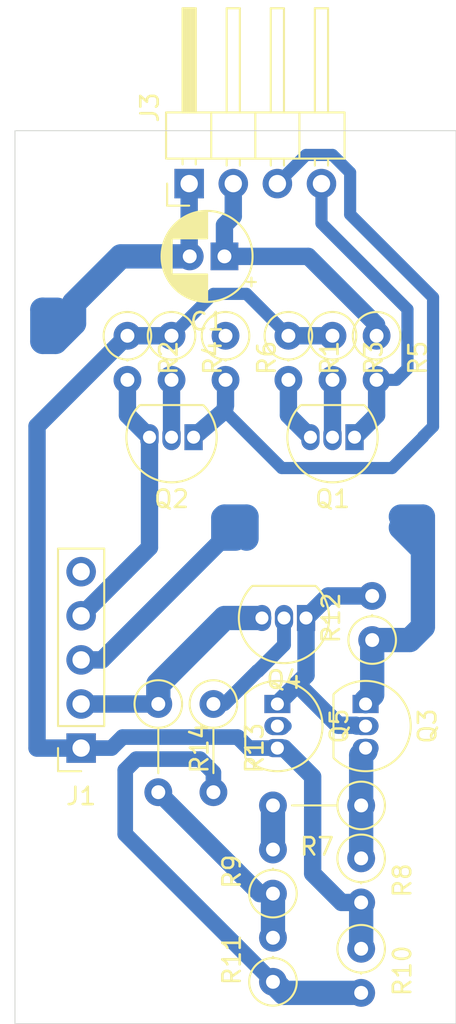
<source format=kicad_pcb>
(kicad_pcb (version 20171130) (host pcbnew "(5.1.5)-3")

  (general
    (thickness 1.6)
    (drawings 5)
    (tracks 118)
    (zones 0)
    (modules 22)
    (nets 17)
  )

  (page A4)
  (layers
    (0 F.Cu signal)
    (31 B.Cu signal)
    (32 B.Adhes user)
    (33 F.Adhes user)
    (34 B.Paste user)
    (35 F.Paste user)
    (36 B.SilkS user)
    (37 F.SilkS user)
    (38 B.Mask user)
    (39 F.Mask user)
    (40 Dwgs.User user)
    (41 Cmts.User user)
    (42 Eco1.User user)
    (43 Eco2.User user)
    (44 Edge.Cuts user)
    (45 Margin user)
    (46 B.CrtYd user)
    (47 F.CrtYd user)
    (48 B.Fab user)
    (49 F.Fab user)
  )

  (setup
    (last_trace_width 1.4)
    (user_trace_width 0.7)
    (user_trace_width 0.8)
    (user_trace_width 0.9)
    (user_trace_width 1)
    (user_trace_width 1.2)
    (user_trace_width 1.4)
    (trace_clearance 0.2)
    (zone_clearance 0.508)
    (zone_45_only no)
    (trace_min 0.2)
    (via_size 0.8)
    (via_drill 0.4)
    (via_min_size 0.4)
    (via_min_drill 0.3)
    (uvia_size 0.3)
    (uvia_drill 0.1)
    (uvias_allowed no)
    (uvia_min_size 0.2)
    (uvia_min_drill 0.1)
    (edge_width 0.05)
    (segment_width 0.2)
    (pcb_text_width 0.3)
    (pcb_text_size 1.5 1.5)
    (mod_edge_width 0.12)
    (mod_text_size 1 1)
    (mod_text_width 0.15)
    (pad_size 1.524 1.524)
    (pad_drill 0.762)
    (pad_to_mask_clearance 0.051)
    (solder_mask_min_width 0.25)
    (aux_axis_origin 0 0)
    (visible_elements 7FFFFFFF)
    (pcbplotparams
      (layerselection 0x01000_fffffffe)
      (usegerberextensions false)
      (usegerberattributes false)
      (usegerberadvancedattributes false)
      (creategerberjobfile false)
      (excludeedgelayer true)
      (linewidth 0.100000)
      (plotframeref false)
      (viasonmask false)
      (mode 1)
      (useauxorigin false)
      (hpglpennumber 1)
      (hpglpenspeed 20)
      (hpglpendiameter 15.000000)
      (psnegative false)
      (psa4output false)
      (plotreference true)
      (plotvalue true)
      (plotinvisibletext false)
      (padsonsilk false)
      (subtractmaskfromsilk false)
      (outputformat 1)
      (mirror false)
      (drillshape 0)
      (scaleselection 1)
      (outputdirectory "../Gerber/TSL2561/"))
  )

  (net 0 "")
  (net 1 Earth)
  (net 2 +5V)
  (net 3 "Net-(J1-Pad5)")
  (net 4 /SCL)
  (net 5 /SDA)
  (net 6 /SCL_out)
  (net 7 /SDA_out)
  (net 8 "Net-(Q1-Pad2)")
  (net 9 "Net-(Q2-Pad2)")
  (net 10 "Net-(Q3-Pad2)")
  (net 11 "Net-(Q4-Pad2)")
  (net 12 "Net-(Q5-Pad2)")
  (net 13 "Net-(Q3-Pad1)")
  (net 14 /3.3V)
  (net 15 "Net-(R10-Pad2)")
  (net 16 "Net-(R11-Pad2)")

  (net_class Default "This is the default net class."
    (clearance 0.2)
    (trace_width 0.25)
    (via_dia 0.8)
    (via_drill 0.4)
    (uvia_dia 0.3)
    (uvia_drill 0.1)
    (add_net +5V)
    (add_net /3.3V)
    (add_net /SCL)
    (add_net /SCL_out)
    (add_net /SDA)
    (add_net /SDA_out)
    (add_net Earth)
    (add_net "Net-(J1-Pad5)")
    (add_net "Net-(Q1-Pad2)")
    (add_net "Net-(Q2-Pad2)")
    (add_net "Net-(Q3-Pad1)")
    (add_net "Net-(Q3-Pad2)")
    (add_net "Net-(Q4-Pad2)")
    (add_net "Net-(Q5-Pad2)")
    (add_net "Net-(R10-Pad2)")
    (add_net "Net-(R11-Pad2)")
  )

  (module Resistor_THT:R_Axial_DIN0207_L6.3mm_D2.5mm_P5.08mm_Vertical (layer F.Cu) (tedit 5AE5139B) (tstamp 5EC52EFF)
    (at 142.875 106.68 270)
    (descr "Resistor, Axial_DIN0207 series, Axial, Vertical, pin pitch=5.08mm, 0.25W = 1/4W, length*diameter=6.3*2.5mm^2, http://cdn-reichelt.de/documents/datenblatt/B400/1_4W%23YAG.pdf")
    (tags "Resistor Axial_DIN0207 series Axial Vertical pin pitch 5.08mm 0.25W = 1/4W length 6.3mm diameter 2.5mm")
    (path /5ECA9D94)
    (fp_text reference R14 (at 2.54 -2.37 90) (layer F.SilkS)
      (effects (font (size 1 1) (thickness 0.15)))
    )
    (fp_text value 0 (at 2.54 2.37 90) (layer F.Fab)
      (effects (font (size 1 1) (thickness 0.15)))
    )
    (fp_text user %R (at 2.54 -2.37 90) (layer F.Fab)
      (effects (font (size 1 1) (thickness 0.15)))
    )
    (fp_line (start 6.13 -1.5) (end -1.5 -1.5) (layer F.CrtYd) (width 0.05))
    (fp_line (start 6.13 1.5) (end 6.13 -1.5) (layer F.CrtYd) (width 0.05))
    (fp_line (start -1.5 1.5) (end 6.13 1.5) (layer F.CrtYd) (width 0.05))
    (fp_line (start -1.5 -1.5) (end -1.5 1.5) (layer F.CrtYd) (width 0.05))
    (fp_line (start 1.37 0) (end 3.98 0) (layer F.SilkS) (width 0.12))
    (fp_line (start 0 0) (end 5.08 0) (layer F.Fab) (width 0.1))
    (fp_circle (center 0 0) (end 1.37 0) (layer F.SilkS) (width 0.12))
    (fp_circle (center 0 0) (end 1.25 0) (layer F.Fab) (width 0.1))
    (pad 2 thru_hole oval (at 5.08 0 270) (size 1.6 1.6) (drill 0.8) (layers *.Cu *.Mask)
      (net 16 "Net-(R11-Pad2)"))
    (pad 1 thru_hole circle (at 0 0 270) (size 1.6 1.6) (drill 0.8) (layers *.Cu *.Mask)
      (net 1 Earth))
    (model ${KISYS3DMOD}/Resistor_THT.3dshapes/R_Axial_DIN0207_L6.3mm_D2.5mm_P5.08mm_Vertical.wrl
      (at (xyz 0 0 0))
      (scale (xyz 1 1 1))
      (rotate (xyz 0 0 0))
    )
  )

  (module Resistor_THT:R_Axial_DIN0207_L6.3mm_D2.5mm_P5.08mm_Vertical (layer F.Cu) (tedit 5AE5139B) (tstamp 5EC52EF0)
    (at 146.05 106.68 270)
    (descr "Resistor, Axial_DIN0207 series, Axial, Vertical, pin pitch=5.08mm, 0.25W = 1/4W, length*diameter=6.3*2.5mm^2, http://cdn-reichelt.de/documents/datenblatt/B400/1_4W%23YAG.pdf")
    (tags "Resistor Axial_DIN0207 series Axial Vertical pin pitch 5.08mm 0.25W = 1/4W length 6.3mm diameter 2.5mm")
    (path /5ECA918F)
    (fp_text reference R13 (at 2.54 -2.37 90) (layer F.SilkS)
      (effects (font (size 1 1) (thickness 0.15)))
    )
    (fp_text value 0 (at 2.54 2.37 90) (layer F.Fab)
      (effects (font (size 1 1) (thickness 0.15)))
    )
    (fp_text user %R (at 2.54 -2.37 90) (layer F.Fab)
      (effects (font (size 1 1) (thickness 0.15)))
    )
    (fp_line (start 6.13 -1.5) (end -1.5 -1.5) (layer F.CrtYd) (width 0.05))
    (fp_line (start 6.13 1.5) (end 6.13 -1.5) (layer F.CrtYd) (width 0.05))
    (fp_line (start -1.5 1.5) (end 6.13 1.5) (layer F.CrtYd) (width 0.05))
    (fp_line (start -1.5 -1.5) (end -1.5 1.5) (layer F.CrtYd) (width 0.05))
    (fp_line (start 1.37 0) (end 3.98 0) (layer F.SilkS) (width 0.12))
    (fp_line (start 0 0) (end 5.08 0) (layer F.Fab) (width 0.1))
    (fp_circle (center 0 0) (end 1.37 0) (layer F.SilkS) (width 0.12))
    (fp_circle (center 0 0) (end 1.25 0) (layer F.Fab) (width 0.1))
    (pad 2 thru_hole oval (at 5.08 0 270) (size 1.6 1.6) (drill 0.8) (layers *.Cu *.Mask)
      (net 15 "Net-(R10-Pad2)"))
    (pad 1 thru_hole circle (at 0 0 270) (size 1.6 1.6) (drill 0.8) (layers *.Cu *.Mask)
      (net 11 "Net-(Q4-Pad2)"))
    (model ${KISYS3DMOD}/Resistor_THT.3dshapes/R_Axial_DIN0207_L6.3mm_D2.5mm_P5.08mm_Vertical.wrl
      (at (xyz 0 0 0))
      (scale (xyz 1 1 1))
      (rotate (xyz 0 0 0))
    )
  )

  (module Resistor_THT:R_Axial_DIN0207_L6.3mm_D2.5mm_P2.54mm_Vertical (layer F.Cu) (tedit 5AE5139B) (tstamp 5E9ADC77)
    (at 154.559 120.777 270)
    (descr "Resistor, Axial_DIN0207 series, Axial, Vertical, pin pitch=2.54mm, 0.25W = 1/4W, length*diameter=6.3*2.5mm^2, http://cdn-reichelt.de/documents/datenblatt/B400/1_4W%23YAG.pdf")
    (tags "Resistor Axial_DIN0207 series Axial Vertical pin pitch 2.54mm 0.25W = 1/4W length 6.3mm diameter 2.5mm")
    (path /5E992D8D)
    (fp_text reference R10 (at 1.27 -2.37 90) (layer F.SilkS)
      (effects (font (size 1 1) (thickness 0.15)))
    )
    (fp_text value 47k (at 1.27 2.37 90) (layer F.Fab)
      (effects (font (size 1 1) (thickness 0.15)))
    )
    (fp_text user %R (at 1.27 -2.37 90) (layer F.Fab)
      (effects (font (size 1 1) (thickness 0.15)))
    )
    (fp_line (start 3.59 -1.5) (end -1.5 -1.5) (layer F.CrtYd) (width 0.05))
    (fp_line (start 3.59 1.5) (end 3.59 -1.5) (layer F.CrtYd) (width 0.05))
    (fp_line (start -1.5 1.5) (end 3.59 1.5) (layer F.CrtYd) (width 0.05))
    (fp_line (start -1.5 -1.5) (end -1.5 1.5) (layer F.CrtYd) (width 0.05))
    (fp_line (start 1.37 0) (end 1.44 0) (layer F.SilkS) (width 0.12))
    (fp_line (start 0 0) (end 2.54 0) (layer F.Fab) (width 0.1))
    (fp_circle (center 0 0) (end 1.37 0) (layer F.SilkS) (width 0.12))
    (fp_circle (center 0 0) (end 1.25 0) (layer F.Fab) (width 0.1))
    (pad 2 thru_hole oval (at 2.54 0 270) (size 1.6 1.6) (drill 0.8) (layers *.Cu *.Mask)
      (net 15 "Net-(R10-Pad2)"))
    (pad 1 thru_hole circle (at 0 0 270) (size 1.6 1.6) (drill 0.8) (layers *.Cu *.Mask)
      (net 14 /3.3V))
    (model ${KISYS3DMOD}/Resistor_THT.3dshapes/R_Axial_DIN0207_L6.3mm_D2.5mm_P2.54mm_Vertical.wrl
      (at (xyz 0 0 0))
      (scale (xyz 1 1 1))
      (rotate (xyz 0 0 0))
    )
  )

  (module Resistor_THT:R_Axial_DIN0207_L6.3mm_D2.5mm_P2.54mm_Vertical (layer F.Cu) (tedit 5AE5139B) (tstamp 5E9A90D8)
    (at 155.194 102.997 90)
    (descr "Resistor, Axial_DIN0207 series, Axial, Vertical, pin pitch=2.54mm, 0.25W = 1/4W, length*diameter=6.3*2.5mm^2, http://cdn-reichelt.de/documents/datenblatt/B400/1_4W%23YAG.pdf")
    (tags "Resistor Axial_DIN0207 series Axial Vertical pin pitch 2.54mm 0.25W = 1/4W length 6.3mm diameter 2.5mm")
    (path /5E9D66E0)
    (fp_text reference R12 (at 1.27 -2.37 90) (layer F.SilkS)
      (effects (font (size 1 1) (thickness 0.15)))
    )
    (fp_text value 4k7 (at 1.27 2.37 90) (layer F.Fab)
      (effects (font (size 1 1) (thickness 0.15)))
    )
    (fp_text user %R (at 1.27 -2.37 90) (layer F.Fab)
      (effects (font (size 1 1) (thickness 0.15)))
    )
    (fp_line (start 3.59 -1.5) (end -1.5 -1.5) (layer F.CrtYd) (width 0.05))
    (fp_line (start 3.59 1.5) (end 3.59 -1.5) (layer F.CrtYd) (width 0.05))
    (fp_line (start -1.5 1.5) (end 3.59 1.5) (layer F.CrtYd) (width 0.05))
    (fp_line (start -1.5 -1.5) (end -1.5 1.5) (layer F.CrtYd) (width 0.05))
    (fp_line (start 1.37 0) (end 1.44 0) (layer F.SilkS) (width 0.12))
    (fp_line (start 0 0) (end 2.54 0) (layer F.Fab) (width 0.1))
    (fp_circle (center 0 0) (end 1.37 0) (layer F.SilkS) (width 0.12))
    (fp_circle (center 0 0) (end 1.25 0) (layer F.Fab) (width 0.1))
    (pad 2 thru_hole oval (at 2.54 0 90) (size 1.6 1.6) (drill 0.8) (layers *.Cu *.Mask)
      (net 10 "Net-(Q3-Pad2)"))
    (pad 1 thru_hole circle (at 0 0 90) (size 1.6 1.6) (drill 0.8) (layers *.Cu *.Mask)
      (net 2 +5V))
    (model ${KISYS3DMOD}/Resistor_THT.3dshapes/R_Axial_DIN0207_L6.3mm_D2.5mm_P2.54mm_Vertical.wrl
      (at (xyz 0 0 0))
      (scale (xyz 1 1 1))
      (rotate (xyz 0 0 0))
    )
  )

  (module Resistor_THT:R_Axial_DIN0207_L6.3mm_D2.5mm_P2.54mm_Vertical (layer F.Cu) (tedit 5AE5139B) (tstamp 5EA6FADA)
    (at 149.479 122.682 90)
    (descr "Resistor, Axial_DIN0207 series, Axial, Vertical, pin pitch=2.54mm, 0.25W = 1/4W, length*diameter=6.3*2.5mm^2, http://cdn-reichelt.de/documents/datenblatt/B400/1_4W%23YAG.pdf")
    (tags "Resistor Axial_DIN0207 series Axial Vertical pin pitch 2.54mm 0.25W = 1/4W length 6.3mm diameter 2.5mm")
    (path /5E993FF6)
    (fp_text reference R11 (at 1.27 -2.37 90) (layer F.SilkS)
      (effects (font (size 1 1) (thickness 0.15)))
    )
    (fp_text value 12k (at 1.27 2.37 90) (layer F.Fab)
      (effects (font (size 1 1) (thickness 0.15)))
    )
    (fp_text user %R (at 1.27 -2.37 90) (layer F.Fab)
      (effects (font (size 1 1) (thickness 0.15)))
    )
    (fp_line (start 3.59 -1.5) (end -1.5 -1.5) (layer F.CrtYd) (width 0.05))
    (fp_line (start 3.59 1.5) (end 3.59 -1.5) (layer F.CrtYd) (width 0.05))
    (fp_line (start -1.5 1.5) (end 3.59 1.5) (layer F.CrtYd) (width 0.05))
    (fp_line (start -1.5 -1.5) (end -1.5 1.5) (layer F.CrtYd) (width 0.05))
    (fp_line (start 1.37 0) (end 1.44 0) (layer F.SilkS) (width 0.12))
    (fp_line (start 0 0) (end 2.54 0) (layer F.Fab) (width 0.1))
    (fp_circle (center 0 0) (end 1.37 0) (layer F.SilkS) (width 0.12))
    (fp_circle (center 0 0) (end 1.25 0) (layer F.Fab) (width 0.1))
    (pad 2 thru_hole oval (at 2.54 0 90) (size 1.6 1.6) (drill 0.8) (layers *.Cu *.Mask)
      (net 16 "Net-(R11-Pad2)"))
    (pad 1 thru_hole circle (at 0 0 90) (size 1.6 1.6) (drill 0.8) (layers *.Cu *.Mask)
      (net 15 "Net-(R10-Pad2)"))
    (model ${KISYS3DMOD}/Resistor_THT.3dshapes/R_Axial_DIN0207_L6.3mm_D2.5mm_P2.54mm_Vertical.wrl
      (at (xyz 0 0 0))
      (scale (xyz 1 1 1))
      (rotate (xyz 0 0 0))
    )
  )

  (module Resistor_THT:R_Axial_DIN0207_L6.3mm_D2.5mm_P2.54mm_Vertical (layer F.Cu) (tedit 5AE5139B) (tstamp 5EA6F87E)
    (at 149.479 117.602 90)
    (descr "Resistor, Axial_DIN0207 series, Axial, Vertical, pin pitch=2.54mm, 0.25W = 1/4W, length*diameter=6.3*2.5mm^2, http://cdn-reichelt.de/documents/datenblatt/B400/1_4W%23YAG.pdf")
    (tags "Resistor Axial_DIN0207 series Axial Vertical pin pitch 2.54mm 0.25W = 1/4W length 6.3mm diameter 2.5mm")
    (path /5E995578)
    (fp_text reference R9 (at 1.27 -2.37 90) (layer F.SilkS)
      (effects (font (size 1 1) (thickness 0.15)))
    )
    (fp_text value 47k (at 1.27 2.37 90) (layer F.Fab)
      (effects (font (size 1 1) (thickness 0.15)))
    )
    (fp_text user %R (at 1.27 -2.37 90) (layer F.Fab)
      (effects (font (size 1 1) (thickness 0.15)))
    )
    (fp_line (start 3.59 -1.5) (end -1.5 -1.5) (layer F.CrtYd) (width 0.05))
    (fp_line (start 3.59 1.5) (end 3.59 -1.5) (layer F.CrtYd) (width 0.05))
    (fp_line (start -1.5 1.5) (end 3.59 1.5) (layer F.CrtYd) (width 0.05))
    (fp_line (start -1.5 -1.5) (end -1.5 1.5) (layer F.CrtYd) (width 0.05))
    (fp_line (start 1.37 0) (end 1.44 0) (layer F.SilkS) (width 0.12))
    (fp_line (start 0 0) (end 2.54 0) (layer F.Fab) (width 0.1))
    (fp_circle (center 0 0) (end 1.37 0) (layer F.SilkS) (width 0.12))
    (fp_circle (center 0 0) (end 1.25 0) (layer F.Fab) (width 0.1))
    (pad 2 thru_hole oval (at 2.54 0 90) (size 1.6 1.6) (drill 0.8) (layers *.Cu *.Mask)
      (net 12 "Net-(Q5-Pad2)"))
    (pad 1 thru_hole circle (at 0 0 90) (size 1.6 1.6) (drill 0.8) (layers *.Cu *.Mask)
      (net 16 "Net-(R11-Pad2)"))
    (model ${KISYS3DMOD}/Resistor_THT.3dshapes/R_Axial_DIN0207_L6.3mm_D2.5mm_P2.54mm_Vertical.wrl
      (at (xyz 0 0 0))
      (scale (xyz 1 1 1))
      (rotate (xyz 0 0 0))
    )
  )

  (module Resistor_THT:R_Axial_DIN0207_L6.3mm_D2.5mm_P2.54mm_Vertical (layer F.Cu) (tedit 5AE5139B) (tstamp 5E9ADBB1)
    (at 154.559 115.57 270)
    (descr "Resistor, Axial_DIN0207 series, Axial, Vertical, pin pitch=2.54mm, 0.25W = 1/4W, length*diameter=6.3*2.5mm^2, http://cdn-reichelt.de/documents/datenblatt/B400/1_4W%23YAG.pdf")
    (tags "Resistor Axial_DIN0207 series Axial Vertical pin pitch 2.54mm 0.25W = 1/4W length 6.3mm diameter 2.5mm")
    (path /5E99442C)
    (fp_text reference R8 (at 1.27 -2.37 90) (layer F.SilkS)
      (effects (font (size 1 1) (thickness 0.15)))
    )
    (fp_text value 22 (at 1.27 2.37 90) (layer F.Fab)
      (effects (font (size 1 1) (thickness 0.15)))
    )
    (fp_text user %R (at 1.27 -2.37 90) (layer F.Fab)
      (effects (font (size 1 1) (thickness 0.15)))
    )
    (fp_line (start 3.59 -1.5) (end -1.5 -1.5) (layer F.CrtYd) (width 0.05))
    (fp_line (start 3.59 1.5) (end 3.59 -1.5) (layer F.CrtYd) (width 0.05))
    (fp_line (start -1.5 1.5) (end 3.59 1.5) (layer F.CrtYd) (width 0.05))
    (fp_line (start -1.5 -1.5) (end -1.5 1.5) (layer F.CrtYd) (width 0.05))
    (fp_line (start 1.37 0) (end 1.44 0) (layer F.SilkS) (width 0.12))
    (fp_line (start 0 0) (end 2.54 0) (layer F.Fab) (width 0.1))
    (fp_circle (center 0 0) (end 1.37 0) (layer F.SilkS) (width 0.12))
    (fp_circle (center 0 0) (end 1.25 0) (layer F.Fab) (width 0.1))
    (pad 2 thru_hole oval (at 2.54 0 270) (size 1.6 1.6) (drill 0.8) (layers *.Cu *.Mask)
      (net 14 /3.3V))
    (pad 1 thru_hole circle (at 0 0 270) (size 1.6 1.6) (drill 0.8) (layers *.Cu *.Mask)
      (net 13 "Net-(Q3-Pad1)"))
    (model ${KISYS3DMOD}/Resistor_THT.3dshapes/R_Axial_DIN0207_L6.3mm_D2.5mm_P2.54mm_Vertical.wrl
      (at (xyz 0 0 0))
      (scale (xyz 1 1 1))
      (rotate (xyz 0 0 0))
    )
  )

  (module Connector_PinSocket_2.54mm:PinSocket_1x05_P2.54mm_Vertical (layer F.Cu) (tedit 5A19A420) (tstamp 5EC50D06)
    (at 138.43 109.22 180)
    (descr "Through hole straight socket strip, 1x05, 2.54mm pitch, single row (from Kicad 4.0.7), script generated")
    (tags "Through hole socket strip THT 1x05 2.54mm single row")
    (path /5EC5A4F6)
    (fp_text reference J1 (at 0 -2.77) (layer F.SilkS)
      (effects (font (size 1 1) (thickness 0.15)))
    )
    (fp_text value Conn_01x05 (at 0 12.93) (layer F.Fab)
      (effects (font (size 1 1) (thickness 0.15)))
    )
    (fp_text user %R (at 0 5.08 90) (layer F.Fab)
      (effects (font (size 1 1) (thickness 0.15)))
    )
    (fp_line (start -1.8 11.9) (end -1.8 -1.8) (layer F.CrtYd) (width 0.05))
    (fp_line (start 1.75 11.9) (end -1.8 11.9) (layer F.CrtYd) (width 0.05))
    (fp_line (start 1.75 -1.8) (end 1.75 11.9) (layer F.CrtYd) (width 0.05))
    (fp_line (start -1.8 -1.8) (end 1.75 -1.8) (layer F.CrtYd) (width 0.05))
    (fp_line (start 0 -1.33) (end 1.33 -1.33) (layer F.SilkS) (width 0.12))
    (fp_line (start 1.33 -1.33) (end 1.33 0) (layer F.SilkS) (width 0.12))
    (fp_line (start 1.33 1.27) (end 1.33 11.49) (layer F.SilkS) (width 0.12))
    (fp_line (start -1.33 11.49) (end 1.33 11.49) (layer F.SilkS) (width 0.12))
    (fp_line (start -1.33 1.27) (end -1.33 11.49) (layer F.SilkS) (width 0.12))
    (fp_line (start -1.33 1.27) (end 1.33 1.27) (layer F.SilkS) (width 0.12))
    (fp_line (start -1.27 11.43) (end -1.27 -1.27) (layer F.Fab) (width 0.1))
    (fp_line (start 1.27 11.43) (end -1.27 11.43) (layer F.Fab) (width 0.1))
    (fp_line (start 1.27 -0.635) (end 1.27 11.43) (layer F.Fab) (width 0.1))
    (fp_line (start 0.635 -1.27) (end 1.27 -0.635) (layer F.Fab) (width 0.1))
    (fp_line (start -1.27 -1.27) (end 0.635 -1.27) (layer F.Fab) (width 0.1))
    (pad 5 thru_hole oval (at 0 10.16 180) (size 1.7 1.7) (drill 1) (layers *.Cu *.Mask)
      (net 3 "Net-(J1-Pad5)"))
    (pad 4 thru_hole oval (at 0 7.62 180) (size 1.7 1.7) (drill 1) (layers *.Cu *.Mask)
      (net 5 /SDA))
    (pad 3 thru_hole oval (at 0 5.08 180) (size 1.7 1.7) (drill 1) (layers *.Cu *.Mask)
      (net 4 /SCL))
    (pad 2 thru_hole oval (at 0 2.54 180) (size 1.7 1.7) (drill 1) (layers *.Cu *.Mask)
      (net 1 Earth))
    (pad 1 thru_hole rect (at 0 0 180) (size 1.7 1.7) (drill 1) (layers *.Cu *.Mask)
      (net 14 /3.3V))
    (model ${KISYS3DMOD}/Connector_PinSocket_2.54mm.3dshapes/PinSocket_1x05_P2.54mm_Vertical.wrl
      (at (xyz 0 0 0))
      (scale (xyz 1 1 1))
      (rotate (xyz 0 0 0))
    )
  )

  (module Resistor_THT:R_Axial_DIN0207_L6.3mm_D2.5mm_P2.54mm_Vertical (layer F.Cu) (tedit 5AE5139B) (tstamp 5E9ADB2D)
    (at 146.747225 85.471 270)
    (descr "Resistor, Axial_DIN0207 series, Axial, Vertical, pin pitch=2.54mm, 0.25W = 1/4W, length*diameter=6.3*2.5mm^2, http://cdn-reichelt.de/documents/datenblatt/B400/1_4W%23YAG.pdf")
    (tags "Resistor Axial_DIN0207 series Axial Vertical pin pitch 2.54mm 0.25W = 1/4W length 6.3mm diameter 2.5mm")
    (path /5E9A4F81)
    (fp_text reference R6 (at 1.27 -2.37 90) (layer F.SilkS)
      (effects (font (size 1 1) (thickness 0.15)))
    )
    (fp_text value R_US (at 1.27 2.37 90) (layer F.Fab)
      (effects (font (size 1 1) (thickness 0.15)))
    )
    (fp_text user %R (at 1.27 -2.37 90) (layer F.Fab)
      (effects (font (size 1 1) (thickness 0.15)))
    )
    (fp_line (start 3.59 -1.5) (end -1.5 -1.5) (layer F.CrtYd) (width 0.05))
    (fp_line (start 3.59 1.5) (end 3.59 -1.5) (layer F.CrtYd) (width 0.05))
    (fp_line (start -1.5 1.5) (end 3.59 1.5) (layer F.CrtYd) (width 0.05))
    (fp_line (start -1.5 -1.5) (end -1.5 1.5) (layer F.CrtYd) (width 0.05))
    (fp_line (start 1.37 0) (end 1.44 0) (layer F.SilkS) (width 0.12))
    (fp_line (start 0 0) (end 2.54 0) (layer F.Fab) (width 0.1))
    (fp_circle (center 0 0) (end 1.37 0) (layer F.SilkS) (width 0.12))
    (fp_circle (center 0 0) (end 1.25 0) (layer F.Fab) (width 0.1))
    (pad 2 thru_hole oval (at 2.54 0 270) (size 1.6 1.6) (drill 0.8) (layers *.Cu *.Mask)
      (net 7 /SDA_out))
    (pad 1 thru_hole circle (at 0 0 270) (size 1.6 1.6) (drill 0.8) (layers *.Cu *.Mask)
      (net 2 +5V))
    (model ${KISYS3DMOD}/Resistor_THT.3dshapes/R_Axial_DIN0207_L6.3mm_D2.5mm_P2.54mm_Vertical.wrl
      (at (xyz 0 0 0))
      (scale (xyz 1 1 1))
      (rotate (xyz 0 0 0))
    )
  )

  (module Resistor_THT:R_Axial_DIN0207_L6.3mm_D2.5mm_P2.54mm_Vertical (layer F.Cu) (tedit 5AE5139B) (tstamp 5E9ADC35)
    (at 155.448 85.471 270)
    (descr "Resistor, Axial_DIN0207 series, Axial, Vertical, pin pitch=2.54mm, 0.25W = 1/4W, length*diameter=6.3*2.5mm^2, http://cdn-reichelt.de/documents/datenblatt/B400/1_4W%23YAG.pdf")
    (tags "Resistor Axial_DIN0207 series Axial Vertical pin pitch 2.54mm 0.25W = 1/4W length 6.3mm diameter 2.5mm")
    (path /5E962176)
    (fp_text reference R5 (at 1.27 -2.37 90) (layer F.SilkS)
      (effects (font (size 1 1) (thickness 0.15)))
    )
    (fp_text value R_US (at 1.27 2.37 90) (layer F.Fab)
      (effects (font (size 1 1) (thickness 0.15)))
    )
    (fp_text user %R (at 1.27 -2.37 90) (layer F.Fab)
      (effects (font (size 1 1) (thickness 0.15)))
    )
    (fp_line (start 3.59 -1.5) (end -1.5 -1.5) (layer F.CrtYd) (width 0.05))
    (fp_line (start 3.59 1.5) (end 3.59 -1.5) (layer F.CrtYd) (width 0.05))
    (fp_line (start -1.5 1.5) (end 3.59 1.5) (layer F.CrtYd) (width 0.05))
    (fp_line (start -1.5 -1.5) (end -1.5 1.5) (layer F.CrtYd) (width 0.05))
    (fp_line (start 1.37 0) (end 1.44 0) (layer F.SilkS) (width 0.12))
    (fp_line (start 0 0) (end 2.54 0) (layer F.Fab) (width 0.1))
    (fp_circle (center 0 0) (end 1.37 0) (layer F.SilkS) (width 0.12))
    (fp_circle (center 0 0) (end 1.25 0) (layer F.Fab) (width 0.1))
    (pad 2 thru_hole oval (at 2.54 0 270) (size 1.6 1.6) (drill 0.8) (layers *.Cu *.Mask)
      (net 6 /SCL_out))
    (pad 1 thru_hole circle (at 0 0 270) (size 1.6 1.6) (drill 0.8) (layers *.Cu *.Mask)
      (net 2 +5V))
    (model ${KISYS3DMOD}/Resistor_THT.3dshapes/R_Axial_DIN0207_L6.3mm_D2.5mm_P2.54mm_Vertical.wrl
      (at (xyz 0 0 0))
      (scale (xyz 1 1 1))
      (rotate (xyz 0 0 0))
    )
  )

  (module Resistor_THT:R_Axial_DIN0207_L6.3mm_D2.5mm_P2.54mm_Vertical (layer F.Cu) (tedit 5AE5139B) (tstamp 5E9ADBF3)
    (at 143.637 85.471 270)
    (descr "Resistor, Axial_DIN0207 series, Axial, Vertical, pin pitch=2.54mm, 0.25W = 1/4W, length*diameter=6.3*2.5mm^2, http://cdn-reichelt.de/documents/datenblatt/B400/1_4W%23YAG.pdf")
    (tags "Resistor Axial_DIN0207 series Axial Vertical pin pitch 2.54mm 0.25W = 1/4W length 6.3mm diameter 2.5mm")
    (path /5E9A4F7B)
    (fp_text reference R4 (at 1.27 -2.37 90) (layer F.SilkS)
      (effects (font (size 1 1) (thickness 0.15)))
    )
    (fp_text value R_US (at 1.27 2.37 90) (layer F.Fab)
      (effects (font (size 1 1) (thickness 0.15)))
    )
    (fp_text user %R (at 1.27 -2.37 90) (layer F.Fab)
      (effects (font (size 1 1) (thickness 0.15)))
    )
    (fp_line (start 3.59 -1.5) (end -1.5 -1.5) (layer F.CrtYd) (width 0.05))
    (fp_line (start 3.59 1.5) (end 3.59 -1.5) (layer F.CrtYd) (width 0.05))
    (fp_line (start -1.5 1.5) (end 3.59 1.5) (layer F.CrtYd) (width 0.05))
    (fp_line (start -1.5 -1.5) (end -1.5 1.5) (layer F.CrtYd) (width 0.05))
    (fp_line (start 1.37 0) (end 1.44 0) (layer F.SilkS) (width 0.12))
    (fp_line (start 0 0) (end 2.54 0) (layer F.Fab) (width 0.1))
    (fp_circle (center 0 0) (end 1.37 0) (layer F.SilkS) (width 0.12))
    (fp_circle (center 0 0) (end 1.25 0) (layer F.Fab) (width 0.1))
    (pad 2 thru_hole oval (at 2.54 0 270) (size 1.6 1.6) (drill 0.8) (layers *.Cu *.Mask)
      (net 9 "Net-(Q2-Pad2)"))
    (pad 1 thru_hole circle (at 0 0 270) (size 1.6 1.6) (drill 0.8) (layers *.Cu *.Mask)
      (net 14 /3.3V))
    (model ${KISYS3DMOD}/Resistor_THT.3dshapes/R_Axial_DIN0207_L6.3mm_D2.5mm_P2.54mm_Vertical.wrl
      (at (xyz 0 0 0))
      (scale (xyz 1 1 1))
      (rotate (xyz 0 0 0))
    )
  )

  (module Resistor_THT:R_Axial_DIN0207_L6.3mm_D2.5mm_P2.54mm_Vertical (layer F.Cu) (tedit 5AE5139B) (tstamp 5E9ABB45)
    (at 152.908 85.471 270)
    (descr "Resistor, Axial_DIN0207 series, Axial, Vertical, pin pitch=2.54mm, 0.25W = 1/4W, length*diameter=6.3*2.5mm^2, http://cdn-reichelt.de/documents/datenblatt/B400/1_4W%23YAG.pdf")
    (tags "Resistor Axial_DIN0207 series Axial Vertical pin pitch 2.54mm 0.25W = 1/4W length 6.3mm diameter 2.5mm")
    (path /5E96170F)
    (fp_text reference R3 (at 1.27 -2.37 90) (layer F.SilkS)
      (effects (font (size 1 1) (thickness 0.15)))
    )
    (fp_text value R_US (at 1.27 2.37 90) (layer F.Fab)
      (effects (font (size 1 1) (thickness 0.15)))
    )
    (fp_text user %R (at 1.27 -2.37 90) (layer F.Fab)
      (effects (font (size 1 1) (thickness 0.15)))
    )
    (fp_line (start 3.59 -1.5) (end -1.5 -1.5) (layer F.CrtYd) (width 0.05))
    (fp_line (start 3.59 1.5) (end 3.59 -1.5) (layer F.CrtYd) (width 0.05))
    (fp_line (start -1.5 1.5) (end 3.59 1.5) (layer F.CrtYd) (width 0.05))
    (fp_line (start -1.5 -1.5) (end -1.5 1.5) (layer F.CrtYd) (width 0.05))
    (fp_line (start 1.37 0) (end 1.44 0) (layer F.SilkS) (width 0.12))
    (fp_line (start 0 0) (end 2.54 0) (layer F.Fab) (width 0.1))
    (fp_circle (center 0 0) (end 1.37 0) (layer F.SilkS) (width 0.12))
    (fp_circle (center 0 0) (end 1.25 0) (layer F.Fab) (width 0.1))
    (pad 2 thru_hole oval (at 2.54 0 270) (size 1.6 1.6) (drill 0.8) (layers *.Cu *.Mask)
      (net 8 "Net-(Q1-Pad2)"))
    (pad 1 thru_hole circle (at 0 0 270) (size 1.6 1.6) (drill 0.8) (layers *.Cu *.Mask)
      (net 14 /3.3V))
    (model ${KISYS3DMOD}/Resistor_THT.3dshapes/R_Axial_DIN0207_L6.3mm_D2.5mm_P2.54mm_Vertical.wrl
      (at (xyz 0 0 0))
      (scale (xyz 1 1 1))
      (rotate (xyz 0 0 0))
    )
  )

  (module Resistor_THT:R_Axial_DIN0207_L6.3mm_D2.5mm_P2.54mm_Vertical (layer F.Cu) (tedit 5AE5139B) (tstamp 5E9ADA01)
    (at 141.097 85.471 270)
    (descr "Resistor, Axial_DIN0207 series, Axial, Vertical, pin pitch=2.54mm, 0.25W = 1/4W, length*diameter=6.3*2.5mm^2, http://cdn-reichelt.de/documents/datenblatt/B400/1_4W%23YAG.pdf")
    (tags "Resistor Axial_DIN0207 series Axial Vertical pin pitch 2.54mm 0.25W = 1/4W length 6.3mm diameter 2.5mm")
    (path /5E9A4F75)
    (fp_text reference R2 (at 1.27 -2.37 90) (layer F.SilkS)
      (effects (font (size 1 1) (thickness 0.15)))
    )
    (fp_text value R_US (at 1.27 2.37 90) (layer F.Fab)
      (effects (font (size 1 1) (thickness 0.15)))
    )
    (fp_text user %R (at 1.27 -2.37 90) (layer F.Fab)
      (effects (font (size 1 1) (thickness 0.15)))
    )
    (fp_line (start 3.59 -1.5) (end -1.5 -1.5) (layer F.CrtYd) (width 0.05))
    (fp_line (start 3.59 1.5) (end 3.59 -1.5) (layer F.CrtYd) (width 0.05))
    (fp_line (start -1.5 1.5) (end 3.59 1.5) (layer F.CrtYd) (width 0.05))
    (fp_line (start -1.5 -1.5) (end -1.5 1.5) (layer F.CrtYd) (width 0.05))
    (fp_line (start 1.37 0) (end 1.44 0) (layer F.SilkS) (width 0.12))
    (fp_line (start 0 0) (end 2.54 0) (layer F.Fab) (width 0.1))
    (fp_circle (center 0 0) (end 1.37 0) (layer F.SilkS) (width 0.12))
    (fp_circle (center 0 0) (end 1.25 0) (layer F.Fab) (width 0.1))
    (pad 2 thru_hole oval (at 2.54 0 270) (size 1.6 1.6) (drill 0.8) (layers *.Cu *.Mask)
      (net 5 /SDA))
    (pad 1 thru_hole circle (at 0 0 270) (size 1.6 1.6) (drill 0.8) (layers *.Cu *.Mask)
      (net 14 /3.3V))
    (model ${KISYS3DMOD}/Resistor_THT.3dshapes/R_Axial_DIN0207_L6.3mm_D2.5mm_P2.54mm_Vertical.wrl
      (at (xyz 0 0 0))
      (scale (xyz 1 1 1))
      (rotate (xyz 0 0 0))
    )
  )

  (module Resistor_THT:R_Axial_DIN0207_L6.3mm_D2.5mm_P2.54mm_Vertical (layer F.Cu) (tedit 5AE5139B) (tstamp 5E9ADA43)
    (at 150.368 85.471 270)
    (descr "Resistor, Axial_DIN0207 series, Axial, Vertical, pin pitch=2.54mm, 0.25W = 1/4W, length*diameter=6.3*2.5mm^2, http://cdn-reichelt.de/documents/datenblatt/B400/1_4W%23YAG.pdf")
    (tags "Resistor Axial_DIN0207 series Axial Vertical pin pitch 2.54mm 0.25W = 1/4W length 6.3mm diameter 2.5mm")
    (path /5E95E1C6)
    (fp_text reference R1 (at 1.27 -2.37 90) (layer F.SilkS)
      (effects (font (size 1 1) (thickness 0.15)))
    )
    (fp_text value R_US (at 1.27 2.37 90) (layer F.Fab)
      (effects (font (size 1 1) (thickness 0.15)))
    )
    (fp_text user %R (at 1.27 -2.37 90) (layer F.Fab)
      (effects (font (size 1 1) (thickness 0.15)))
    )
    (fp_line (start 3.59 -1.5) (end -1.5 -1.5) (layer F.CrtYd) (width 0.05))
    (fp_line (start 3.59 1.5) (end 3.59 -1.5) (layer F.CrtYd) (width 0.05))
    (fp_line (start -1.5 1.5) (end 3.59 1.5) (layer F.CrtYd) (width 0.05))
    (fp_line (start -1.5 -1.5) (end -1.5 1.5) (layer F.CrtYd) (width 0.05))
    (fp_line (start 1.37 0) (end 1.44 0) (layer F.SilkS) (width 0.12))
    (fp_line (start 0 0) (end 2.54 0) (layer F.Fab) (width 0.1))
    (fp_circle (center 0 0) (end 1.37 0) (layer F.SilkS) (width 0.12))
    (fp_circle (center 0 0) (end 1.25 0) (layer F.Fab) (width 0.1))
    (pad 2 thru_hole oval (at 2.54 0 270) (size 1.6 1.6) (drill 0.8) (layers *.Cu *.Mask)
      (net 4 /SCL))
    (pad 1 thru_hole circle (at 0 0 270) (size 1.6 1.6) (drill 0.8) (layers *.Cu *.Mask)
      (net 14 /3.3V))
    (model ${KISYS3DMOD}/Resistor_THT.3dshapes/R_Axial_DIN0207_L6.3mm_D2.5mm_P2.54mm_Vertical.wrl
      (at (xyz 0 0 0))
      (scale (xyz 1 1 1))
      (rotate (xyz 0 0 0))
    )
  )

  (module Resistor_THT:R_Axial_DIN0207_L6.3mm_D2.5mm_P5.08mm_Vertical (layer F.Cu) (tedit 5AE5139B) (tstamp 5E9ADCB9)
    (at 154.559 112.522 180)
    (descr "Resistor, Axial_DIN0207 series, Axial, Vertical, pin pitch=5.08mm, 0.25W = 1/4W, length*diameter=6.3*2.5mm^2, http://cdn-reichelt.de/documents/datenblatt/B400/1_4W%23YAG.pdf")
    (tags "Resistor Axial_DIN0207 series Axial Vertical pin pitch 5.08mm 0.25W = 1/4W length 6.3mm diameter 2.5mm")
    (path /5E9950AD)
    (fp_text reference R7 (at 2.54 -2.37) (layer F.SilkS)
      (effects (font (size 1 1) (thickness 0.15)))
    )
    (fp_text value 10k (at 2.54 2.37) (layer F.Fab)
      (effects (font (size 1 1) (thickness 0.15)))
    )
    (fp_text user %R (at 2.54 -2.37) (layer F.Fab)
      (effects (font (size 1 1) (thickness 0.15)))
    )
    (fp_line (start 6.13 -1.5) (end -1.5 -1.5) (layer F.CrtYd) (width 0.05))
    (fp_line (start 6.13 1.5) (end 6.13 -1.5) (layer F.CrtYd) (width 0.05))
    (fp_line (start -1.5 1.5) (end 6.13 1.5) (layer F.CrtYd) (width 0.05))
    (fp_line (start -1.5 -1.5) (end -1.5 1.5) (layer F.CrtYd) (width 0.05))
    (fp_line (start 1.37 0) (end 3.98 0) (layer F.SilkS) (width 0.12))
    (fp_line (start 0 0) (end 5.08 0) (layer F.Fab) (width 0.1))
    (fp_circle (center 0 0) (end 1.37 0) (layer F.SilkS) (width 0.12))
    (fp_circle (center 0 0) (end 1.25 0) (layer F.Fab) (width 0.1))
    (pad 2 thru_hole oval (at 5.08 0 180) (size 1.6 1.6) (drill 0.8) (layers *.Cu *.Mask)
      (net 12 "Net-(Q5-Pad2)"))
    (pad 1 thru_hole circle (at 0 0 180) (size 1.6 1.6) (drill 0.8) (layers *.Cu *.Mask)
      (net 13 "Net-(Q3-Pad1)"))
    (model ${KISYS3DMOD}/Resistor_THT.3dshapes/R_Axial_DIN0207_L6.3mm_D2.5mm_P5.08mm_Vertical.wrl
      (at (xyz 0 0 0))
      (scale (xyz 1 1 1))
      (rotate (xyz 0 0 0))
    )
  )

  (module Package_TO_SOT_THT:TO-92_Inline (layer F.Cu) (tedit 5E9A76D7) (tstamp 5E9ABACA)
    (at 144.907 91.313 180)
    (descr "TO-92 leads in-line, narrow, oval pads, drill 0.75mm (see NXP sot054_po.pdf)")
    (tags "to-92 sc-43 sc-43a sot54 PA33 transistor")
    (path /5E9A4F8D)
    (fp_text reference Q2 (at 1.27 -3.56) (layer F.SilkS)
      (effects (font (size 1 1) (thickness 0.15)))
    )
    (fp_text value BC547 (at 1.27 2.79) (layer F.Fab)
      (effects (font (size 1 1) (thickness 0.15)))
    )
    (fp_arc (start 1.27 0) (end 1.27 -2.6) (angle 135) (layer F.SilkS) (width 0.12))
    (fp_arc (start 1.27 0) (end 1.27 -2.48) (angle -135) (layer F.Fab) (width 0.1))
    (fp_arc (start 1.27 0) (end 1.27 -2.6) (angle -135) (layer F.SilkS) (width 0.12))
    (fp_arc (start 1.27 0) (end 1.27 -2.48) (angle 135) (layer F.Fab) (width 0.1))
    (fp_line (start 4 2.01) (end -1.46 2.01) (layer F.CrtYd) (width 0.05))
    (fp_line (start 4 2.01) (end 4 -2.73) (layer F.CrtYd) (width 0.05))
    (fp_line (start -1.46 -2.73) (end -1.46 2.01) (layer F.CrtYd) (width 0.05))
    (fp_line (start -1.46 -2.73) (end 4 -2.73) (layer F.CrtYd) (width 0.05))
    (fp_line (start -0.5 1.75) (end 3 1.75) (layer F.Fab) (width 0.1))
    (fp_line (start -0.53 1.85) (end 3.07 1.85) (layer F.SilkS) (width 0.12))
    (fp_text user %R (at 1.27 -3.56) (layer F.Fab)
      (effects (font (size 1 1) (thickness 0.15)))
    )
    (pad 3 thru_hole rect (at 0 0 180) (size 1.05 1.5) (drill 0.75) (layers *.Cu *.Mask)
      (net 7 /SDA_out))
    (pad 1 thru_hole oval (at 2.54 0 180) (size 1.05 1.5) (drill 0.75) (layers *.Cu *.Mask)
      (net 5 /SDA))
    (pad 2 thru_hole oval (at 1.27 0 180) (size 1.05 1.5) (drill 0.75) (layers *.Cu *.Mask)
      (net 9 "Net-(Q2-Pad2)"))
    (model ${KISYS3DMOD}/Package_TO_SOT_THT.3dshapes/TO-92_Inline.wrl
      (at (xyz 0 0 0))
      (scale (xyz 1 1 1))
      (rotate (xyz 0 0 0))
    )
  )

  (module Package_TO_SOT_THT:TO-92_Inline (layer F.Cu) (tedit 5E9A76C4) (tstamp 5E9ABAB8)
    (at 154.178 91.313 180)
    (descr "TO-92 leads in-line, narrow, oval pads, drill 0.75mm (see NXP sot054_po.pdf)")
    (tags "to-92 sc-43 sc-43a sot54 PA33 transistor")
    (path /5E969A5F)
    (fp_text reference Q1 (at 1.27 -3.56 180) (layer F.SilkS)
      (effects (font (size 1 1) (thickness 0.15)))
    )
    (fp_text value BC547 (at 1.27 2.79 180) (layer F.Fab)
      (effects (font (size 1 1) (thickness 0.15)))
    )
    (fp_arc (start 1.27 0) (end 1.27 -2.6) (angle 135) (layer F.SilkS) (width 0.12))
    (fp_arc (start 1.27 0) (end 1.27 -2.48) (angle -135) (layer F.Fab) (width 0.1))
    (fp_arc (start 1.27 0) (end 1.27 -2.6) (angle -135) (layer F.SilkS) (width 0.12))
    (fp_arc (start 1.27 0) (end 1.27 -2.48) (angle 135) (layer F.Fab) (width 0.1))
    (fp_line (start 4 2.01) (end -1.46 2.01) (layer F.CrtYd) (width 0.05))
    (fp_line (start 4 2.01) (end 4 -2.73) (layer F.CrtYd) (width 0.05))
    (fp_line (start -1.46 -2.73) (end -1.46 2.01) (layer F.CrtYd) (width 0.05))
    (fp_line (start -1.46 -2.73) (end 4 -2.73) (layer F.CrtYd) (width 0.05))
    (fp_line (start -0.5 1.75) (end 3 1.75) (layer F.Fab) (width 0.1))
    (fp_line (start -0.53 1.85) (end 3.07 1.85) (layer F.SilkS) (width 0.12))
    (fp_text user %R (at 1.27 -3.56 180) (layer F.Fab)
      (effects (font (size 1 1) (thickness 0.15)))
    )
    (pad 3 thru_hole rect (at 0 0 180) (size 1.05 1.5) (drill 0.75) (layers *.Cu *.Mask)
      (net 6 /SCL_out))
    (pad 1 thru_hole oval (at 2.54 0 180) (size 1.05 1.5) (drill 0.75) (layers *.Cu *.Mask)
      (net 4 /SCL))
    (pad 2 thru_hole oval (at 1.27 0 180) (size 1.05 1.5) (drill 0.75) (layers *.Cu *.Mask)
      (net 8 "Net-(Q1-Pad2)"))
    (model ${KISYS3DMOD}/Package_TO_SOT_THT.3dshapes/TO-92_Inline.wrl
      (at (xyz 0 0 0))
      (scale (xyz 1 1 1))
      (rotate (xyz 0 0 0))
    )
  )

  (module Package_TO_SOT_THT:TO-92_Inline (layer F.Cu) (tedit 5E9A7676) (tstamp 5E9ADA80)
    (at 149.733 106.68 270)
    (descr "TO-92 leads in-line, narrow, oval pads, drill 0.75mm (see NXP sot054_po.pdf)")
    (tags "to-92 sc-43 sc-43a sot54 PA33 transistor")
    (path /5E98CF55)
    (fp_text reference Q5 (at 1.27 -3.56 90) (layer F.SilkS)
      (effects (font (size 1 1) (thickness 0.15)))
    )
    (fp_text value BC547 (at 1.27 2.79 90) (layer F.Fab)
      (effects (font (size 1 1) (thickness 0.15)))
    )
    (fp_arc (start 1.27 0) (end 1.27 -2.6) (angle 135) (layer F.SilkS) (width 0.12))
    (fp_arc (start 1.27 0) (end 1.27 -2.48) (angle -135) (layer F.Fab) (width 0.1))
    (fp_arc (start 1.27 0) (end 1.27 -2.6) (angle -135) (layer F.SilkS) (width 0.12))
    (fp_arc (start 1.27 0) (end 1.27 -2.48) (angle 135) (layer F.Fab) (width 0.1))
    (fp_line (start 4 2.01) (end -1.46 2.01) (layer F.CrtYd) (width 0.05))
    (fp_line (start 4 2.01) (end 4 -2.73) (layer F.CrtYd) (width 0.05))
    (fp_line (start -1.46 -2.73) (end -1.46 2.01) (layer F.CrtYd) (width 0.05))
    (fp_line (start -1.46 -2.73) (end 4 -2.73) (layer F.CrtYd) (width 0.05))
    (fp_line (start -0.5 1.75) (end 3 1.75) (layer F.Fab) (width 0.1))
    (fp_line (start -0.53 1.85) (end 3.07 1.85) (layer F.SilkS) (width 0.12))
    (fp_text user %R (at 1.27 -3.56 90) (layer F.Fab)
      (effects (font (size 1 1) (thickness 0.15)))
    )
    (pad 3 thru_hole rect (at 0 0 270) (size 1.05 1.5) (drill 0.75) (layers *.Cu *.Mask)
      (net 10 "Net-(Q3-Pad2)"))
    (pad 1 thru_hole oval (at 2.54 0 270) (size 1.05 1.5) (drill 0.75) (layers *.Cu *.Mask)
      (net 14 /3.3V))
    (pad 2 thru_hole oval (at 1.27 0 270) (size 1.05 1.5) (drill 0.75) (layers *.Cu *.Mask)
      (net 12 "Net-(Q5-Pad2)"))
    (model ${KISYS3DMOD}/Package_TO_SOT_THT.3dshapes/TO-92_Inline.wrl
      (at (xyz 0 0 0))
      (scale (xyz 1 1 1))
      (rotate (xyz 0 0 0))
    )
  )

  (module Package_TO_SOT_THT:TO-92_Inline (layer F.Cu) (tedit 5E9A7660) (tstamp 5E9ACC19)
    (at 151.384 101.727 180)
    (descr "TO-92 leads in-line, narrow, oval pads, drill 0.75mm (see NXP sot054_po.pdf)")
    (tags "to-92 sc-43 sc-43a sot54 PA33 transistor")
    (path /5E98B3BA)
    (fp_text reference Q4 (at 1.27 -3.56) (layer F.SilkS)
      (effects (font (size 1 1) (thickness 0.15)))
    )
    (fp_text value BC547 (at 1.27 2.79) (layer F.Fab)
      (effects (font (size 1 1) (thickness 0.15)))
    )
    (fp_arc (start 1.27 0) (end 1.27 -2.6) (angle 135) (layer F.SilkS) (width 0.12))
    (fp_arc (start 1.27 0) (end 1.27 -2.48) (angle -135) (layer F.Fab) (width 0.1))
    (fp_arc (start 1.27 0) (end 1.27 -2.6) (angle -135) (layer F.SilkS) (width 0.12))
    (fp_arc (start 1.27 0) (end 1.27 -2.48) (angle 135) (layer F.Fab) (width 0.1))
    (fp_line (start 4 2.01) (end -1.46 2.01) (layer F.CrtYd) (width 0.05))
    (fp_line (start 4 2.01) (end 4 -2.73) (layer F.CrtYd) (width 0.05))
    (fp_line (start -1.46 -2.73) (end -1.46 2.01) (layer F.CrtYd) (width 0.05))
    (fp_line (start -1.46 -2.73) (end 4 -2.73) (layer F.CrtYd) (width 0.05))
    (fp_line (start -0.5 1.75) (end 3 1.75) (layer F.Fab) (width 0.1))
    (fp_line (start -0.53 1.85) (end 3.07 1.85) (layer F.SilkS) (width 0.12))
    (fp_text user %R (at 1.27 -3.56) (layer F.Fab)
      (effects (font (size 1 1) (thickness 0.15)))
    )
    (pad 3 thru_hole rect (at 0 0 180) (size 1.05 1.5) (drill 0.75) (layers *.Cu *.Mask)
      (net 10 "Net-(Q3-Pad2)"))
    (pad 1 thru_hole oval (at 2.54 0 180) (size 1.05 1.5) (drill 0.75) (layers *.Cu *.Mask)
      (net 1 Earth))
    (pad 2 thru_hole oval (at 1.27 0 180) (size 1.05 1.5) (drill 0.75) (layers *.Cu *.Mask)
      (net 11 "Net-(Q4-Pad2)"))
    (model ${KISYS3DMOD}/Package_TO_SOT_THT.3dshapes/TO-92_Inline.wrl
      (at (xyz 0 0 0))
      (scale (xyz 1 1 1))
      (rotate (xyz 0 0 0))
    )
  )

  (module Package_TO_SOT_THT:TO-92_Inline (layer F.Cu) (tedit 5E9A7388) (tstamp 5E9ADAB3)
    (at 154.813 106.68 270)
    (descr "TO-92 leads in-line, narrow, oval pads, drill 0.75mm (see NXP sot054_po.pdf)")
    (tags "to-92 sc-43 sc-43a sot54 PA33 transistor")
    (path /5E989D3A)
    (fp_text reference Q3 (at 1.27 -3.56 90) (layer F.SilkS)
      (effects (font (size 1 1) (thickness 0.15)))
    )
    (fp_text value BC547 (at 1.27 2.79 90) (layer F.Fab)
      (effects (font (size 1 1) (thickness 0.15)))
    )
    (fp_arc (start 1.27 0) (end 1.27 -2.6) (angle 135) (layer F.SilkS) (width 0.12))
    (fp_arc (start 1.27 0) (end 1.27 -2.48) (angle -135) (layer F.Fab) (width 0.1))
    (fp_arc (start 1.27 0) (end 1.27 -2.6) (angle -135) (layer F.SilkS) (width 0.12))
    (fp_arc (start 1.27 0) (end 1.27 -2.48) (angle 135) (layer F.Fab) (width 0.1))
    (fp_line (start 4 2.01) (end -1.46 2.01) (layer F.CrtYd) (width 0.05))
    (fp_line (start 4 2.01) (end 4 -2.73) (layer F.CrtYd) (width 0.05))
    (fp_line (start -1.46 -2.73) (end -1.46 2.01) (layer F.CrtYd) (width 0.05))
    (fp_line (start -1.46 -2.73) (end 4 -2.73) (layer F.CrtYd) (width 0.05))
    (fp_line (start -0.5 1.75) (end 3 1.75) (layer F.Fab) (width 0.1))
    (fp_line (start -0.53 1.85) (end 3.07 1.85) (layer F.SilkS) (width 0.12))
    (fp_text user %R (at 1.27 -3.56 90) (layer F.Fab)
      (effects (font (size 1 1) (thickness 0.15)))
    )
    (pad 3 thru_hole rect (at 0 0 270) (size 1.05 1.5) (drill 0.75) (layers *.Cu *.Mask)
      (net 2 +5V))
    (pad 1 thru_hole oval (at 2.54 0 270) (size 1.05 1.5) (drill 0.75) (layers *.Cu *.Mask)
      (net 13 "Net-(Q3-Pad1)"))
    (pad 2 thru_hole oval (at 1.27 0 270) (size 1.05 1.5) (drill 0.75) (layers *.Cu *.Mask)
      (net 10 "Net-(Q3-Pad2)"))
    (model ${KISYS3DMOD}/Package_TO_SOT_THT.3dshapes/TO-92_Inline.wrl
      (at (xyz 0 0 0))
      (scale (xyz 1 1 1))
      (rotate (xyz 0 0 0))
    )
  )

  (module Connector_PinHeader_2.54mm:PinHeader_1x04_P2.54mm_Horizontal (layer F.Cu) (tedit 59FED5CB) (tstamp 5E9ABAA6)
    (at 144.653 76.708 90)
    (descr "Through hole angled pin header, 1x04, 2.54mm pitch, 6mm pin length, single row")
    (tags "Through hole angled pin header THT 1x04 2.54mm single row")
    (path /5E9D3D89)
    (fp_text reference J3 (at 4.385 -2.27 90) (layer F.SilkS)
      (effects (font (size 1 1) (thickness 0.15)))
    )
    (fp_text value Conn_01x04 (at 4.385 9.89 90) (layer F.Fab)
      (effects (font (size 1 1) (thickness 0.15)))
    )
    (fp_text user %R (at 2.77 3.81) (layer F.Fab)
      (effects (font (size 1 1) (thickness 0.15)))
    )
    (fp_line (start 10.55 -1.8) (end -1.8 -1.8) (layer F.CrtYd) (width 0.05))
    (fp_line (start 10.55 9.4) (end 10.55 -1.8) (layer F.CrtYd) (width 0.05))
    (fp_line (start -1.8 9.4) (end 10.55 9.4) (layer F.CrtYd) (width 0.05))
    (fp_line (start -1.8 -1.8) (end -1.8 9.4) (layer F.CrtYd) (width 0.05))
    (fp_line (start -1.27 -1.27) (end 0 -1.27) (layer F.SilkS) (width 0.12))
    (fp_line (start -1.27 0) (end -1.27 -1.27) (layer F.SilkS) (width 0.12))
    (fp_line (start 1.042929 8) (end 1.44 8) (layer F.SilkS) (width 0.12))
    (fp_line (start 1.042929 7.24) (end 1.44 7.24) (layer F.SilkS) (width 0.12))
    (fp_line (start 10.1 8) (end 4.1 8) (layer F.SilkS) (width 0.12))
    (fp_line (start 10.1 7.24) (end 10.1 8) (layer F.SilkS) (width 0.12))
    (fp_line (start 4.1 7.24) (end 10.1 7.24) (layer F.SilkS) (width 0.12))
    (fp_line (start 1.44 6.35) (end 4.1 6.35) (layer F.SilkS) (width 0.12))
    (fp_line (start 1.042929 5.46) (end 1.44 5.46) (layer F.SilkS) (width 0.12))
    (fp_line (start 1.042929 4.7) (end 1.44 4.7) (layer F.SilkS) (width 0.12))
    (fp_line (start 10.1 5.46) (end 4.1 5.46) (layer F.SilkS) (width 0.12))
    (fp_line (start 10.1 4.7) (end 10.1 5.46) (layer F.SilkS) (width 0.12))
    (fp_line (start 4.1 4.7) (end 10.1 4.7) (layer F.SilkS) (width 0.12))
    (fp_line (start 1.44 3.81) (end 4.1 3.81) (layer F.SilkS) (width 0.12))
    (fp_line (start 1.042929 2.92) (end 1.44 2.92) (layer F.SilkS) (width 0.12))
    (fp_line (start 1.042929 2.16) (end 1.44 2.16) (layer F.SilkS) (width 0.12))
    (fp_line (start 10.1 2.92) (end 4.1 2.92) (layer F.SilkS) (width 0.12))
    (fp_line (start 10.1 2.16) (end 10.1 2.92) (layer F.SilkS) (width 0.12))
    (fp_line (start 4.1 2.16) (end 10.1 2.16) (layer F.SilkS) (width 0.12))
    (fp_line (start 1.44 1.27) (end 4.1 1.27) (layer F.SilkS) (width 0.12))
    (fp_line (start 1.11 0.38) (end 1.44 0.38) (layer F.SilkS) (width 0.12))
    (fp_line (start 1.11 -0.38) (end 1.44 -0.38) (layer F.SilkS) (width 0.12))
    (fp_line (start 4.1 0.28) (end 10.1 0.28) (layer F.SilkS) (width 0.12))
    (fp_line (start 4.1 0.16) (end 10.1 0.16) (layer F.SilkS) (width 0.12))
    (fp_line (start 4.1 0.04) (end 10.1 0.04) (layer F.SilkS) (width 0.12))
    (fp_line (start 4.1 -0.08) (end 10.1 -0.08) (layer F.SilkS) (width 0.12))
    (fp_line (start 4.1 -0.2) (end 10.1 -0.2) (layer F.SilkS) (width 0.12))
    (fp_line (start 4.1 -0.32) (end 10.1 -0.32) (layer F.SilkS) (width 0.12))
    (fp_line (start 10.1 0.38) (end 4.1 0.38) (layer F.SilkS) (width 0.12))
    (fp_line (start 10.1 -0.38) (end 10.1 0.38) (layer F.SilkS) (width 0.12))
    (fp_line (start 4.1 -0.38) (end 10.1 -0.38) (layer F.SilkS) (width 0.12))
    (fp_line (start 4.1 -1.33) (end 1.44 -1.33) (layer F.SilkS) (width 0.12))
    (fp_line (start 4.1 8.95) (end 4.1 -1.33) (layer F.SilkS) (width 0.12))
    (fp_line (start 1.44 8.95) (end 4.1 8.95) (layer F.SilkS) (width 0.12))
    (fp_line (start 1.44 -1.33) (end 1.44 8.95) (layer F.SilkS) (width 0.12))
    (fp_line (start 4.04 7.94) (end 10.04 7.94) (layer F.Fab) (width 0.1))
    (fp_line (start 10.04 7.3) (end 10.04 7.94) (layer F.Fab) (width 0.1))
    (fp_line (start 4.04 7.3) (end 10.04 7.3) (layer F.Fab) (width 0.1))
    (fp_line (start -0.32 7.94) (end 1.5 7.94) (layer F.Fab) (width 0.1))
    (fp_line (start -0.32 7.3) (end -0.32 7.94) (layer F.Fab) (width 0.1))
    (fp_line (start -0.32 7.3) (end 1.5 7.3) (layer F.Fab) (width 0.1))
    (fp_line (start 4.04 5.4) (end 10.04 5.4) (layer F.Fab) (width 0.1))
    (fp_line (start 10.04 4.76) (end 10.04 5.4) (layer F.Fab) (width 0.1))
    (fp_line (start 4.04 4.76) (end 10.04 4.76) (layer F.Fab) (width 0.1))
    (fp_line (start -0.32 5.4) (end 1.5 5.4) (layer F.Fab) (width 0.1))
    (fp_line (start -0.32 4.76) (end -0.32 5.4) (layer F.Fab) (width 0.1))
    (fp_line (start -0.32 4.76) (end 1.5 4.76) (layer F.Fab) (width 0.1))
    (fp_line (start 4.04 2.86) (end 10.04 2.86) (layer F.Fab) (width 0.1))
    (fp_line (start 10.04 2.22) (end 10.04 2.86) (layer F.Fab) (width 0.1))
    (fp_line (start 4.04 2.22) (end 10.04 2.22) (layer F.Fab) (width 0.1))
    (fp_line (start -0.32 2.86) (end 1.5 2.86) (layer F.Fab) (width 0.1))
    (fp_line (start -0.32 2.22) (end -0.32 2.86) (layer F.Fab) (width 0.1))
    (fp_line (start -0.32 2.22) (end 1.5 2.22) (layer F.Fab) (width 0.1))
    (fp_line (start 4.04 0.32) (end 10.04 0.32) (layer F.Fab) (width 0.1))
    (fp_line (start 10.04 -0.32) (end 10.04 0.32) (layer F.Fab) (width 0.1))
    (fp_line (start 4.04 -0.32) (end 10.04 -0.32) (layer F.Fab) (width 0.1))
    (fp_line (start -0.32 0.32) (end 1.5 0.32) (layer F.Fab) (width 0.1))
    (fp_line (start -0.32 -0.32) (end -0.32 0.32) (layer F.Fab) (width 0.1))
    (fp_line (start -0.32 -0.32) (end 1.5 -0.32) (layer F.Fab) (width 0.1))
    (fp_line (start 1.5 -0.635) (end 2.135 -1.27) (layer F.Fab) (width 0.1))
    (fp_line (start 1.5 8.89) (end 1.5 -0.635) (layer F.Fab) (width 0.1))
    (fp_line (start 4.04 8.89) (end 1.5 8.89) (layer F.Fab) (width 0.1))
    (fp_line (start 4.04 -1.27) (end 4.04 8.89) (layer F.Fab) (width 0.1))
    (fp_line (start 2.135 -1.27) (end 4.04 -1.27) (layer F.Fab) (width 0.1))
    (pad 4 thru_hole oval (at 0 7.62 90) (size 1.7 1.7) (drill 1) (layers *.Cu *.Mask)
      (net 6 /SCL_out))
    (pad 3 thru_hole oval (at 0 5.08 90) (size 1.7 1.7) (drill 1) (layers *.Cu *.Mask)
      (net 7 /SDA_out))
    (pad 2 thru_hole oval (at 0 2.54 90) (size 1.7 1.7) (drill 1) (layers *.Cu *.Mask)
      (net 2 +5V))
    (pad 1 thru_hole rect (at 0 0 90) (size 1.7 1.7) (drill 1) (layers *.Cu *.Mask)
      (net 1 Earth))
    (model ${KISYS3DMOD}/Connector_PinHeader_2.54mm.3dshapes/PinHeader_1x04_P2.54mm_Horizontal.wrl
      (at (xyz 0 0 0))
      (scale (xyz 1 1 1))
      (rotate (xyz 0 0 0))
    )
  )

  (module Capacitor_THT:CP_Radial_D5.0mm_P2.00mm (layer F.Cu) (tedit 5AE50EF0) (tstamp 5E9AD188)
    (at 146.685 80.899 180)
    (descr "CP, Radial series, Radial, pin pitch=2.00mm, , diameter=5mm, Electrolytic Capacitor")
    (tags "CP Radial series Radial pin pitch 2.00mm  diameter 5mm Electrolytic Capacitor")
    (path /5E9F4F54)
    (fp_text reference C1 (at 1 -3.75) (layer F.SilkS)
      (effects (font (size 1 1) (thickness 0.15)))
    )
    (fp_text value 10uF (at 1 3.75) (layer F.Fab)
      (effects (font (size 1 1) (thickness 0.15)))
    )
    (fp_text user %R (at 1 0) (layer F.Fab)
      (effects (font (size 1 1) (thickness 0.15)))
    )
    (fp_line (start -1.554775 -1.725) (end -1.554775 -1.225) (layer F.SilkS) (width 0.12))
    (fp_line (start -1.804775 -1.475) (end -1.304775 -1.475) (layer F.SilkS) (width 0.12))
    (fp_line (start 3.601 -0.284) (end 3.601 0.284) (layer F.SilkS) (width 0.12))
    (fp_line (start 3.561 -0.518) (end 3.561 0.518) (layer F.SilkS) (width 0.12))
    (fp_line (start 3.521 -0.677) (end 3.521 0.677) (layer F.SilkS) (width 0.12))
    (fp_line (start 3.481 -0.805) (end 3.481 0.805) (layer F.SilkS) (width 0.12))
    (fp_line (start 3.441 -0.915) (end 3.441 0.915) (layer F.SilkS) (width 0.12))
    (fp_line (start 3.401 -1.011) (end 3.401 1.011) (layer F.SilkS) (width 0.12))
    (fp_line (start 3.361 -1.098) (end 3.361 1.098) (layer F.SilkS) (width 0.12))
    (fp_line (start 3.321 -1.178) (end 3.321 1.178) (layer F.SilkS) (width 0.12))
    (fp_line (start 3.281 -1.251) (end 3.281 1.251) (layer F.SilkS) (width 0.12))
    (fp_line (start 3.241 -1.319) (end 3.241 1.319) (layer F.SilkS) (width 0.12))
    (fp_line (start 3.201 -1.383) (end 3.201 1.383) (layer F.SilkS) (width 0.12))
    (fp_line (start 3.161 -1.443) (end 3.161 1.443) (layer F.SilkS) (width 0.12))
    (fp_line (start 3.121 -1.5) (end 3.121 1.5) (layer F.SilkS) (width 0.12))
    (fp_line (start 3.081 -1.554) (end 3.081 1.554) (layer F.SilkS) (width 0.12))
    (fp_line (start 3.041 -1.605) (end 3.041 1.605) (layer F.SilkS) (width 0.12))
    (fp_line (start 3.001 1.04) (end 3.001 1.653) (layer F.SilkS) (width 0.12))
    (fp_line (start 3.001 -1.653) (end 3.001 -1.04) (layer F.SilkS) (width 0.12))
    (fp_line (start 2.961 1.04) (end 2.961 1.699) (layer F.SilkS) (width 0.12))
    (fp_line (start 2.961 -1.699) (end 2.961 -1.04) (layer F.SilkS) (width 0.12))
    (fp_line (start 2.921 1.04) (end 2.921 1.743) (layer F.SilkS) (width 0.12))
    (fp_line (start 2.921 -1.743) (end 2.921 -1.04) (layer F.SilkS) (width 0.12))
    (fp_line (start 2.881 1.04) (end 2.881 1.785) (layer F.SilkS) (width 0.12))
    (fp_line (start 2.881 -1.785) (end 2.881 -1.04) (layer F.SilkS) (width 0.12))
    (fp_line (start 2.841 1.04) (end 2.841 1.826) (layer F.SilkS) (width 0.12))
    (fp_line (start 2.841 -1.826) (end 2.841 -1.04) (layer F.SilkS) (width 0.12))
    (fp_line (start 2.801 1.04) (end 2.801 1.864) (layer F.SilkS) (width 0.12))
    (fp_line (start 2.801 -1.864) (end 2.801 -1.04) (layer F.SilkS) (width 0.12))
    (fp_line (start 2.761 1.04) (end 2.761 1.901) (layer F.SilkS) (width 0.12))
    (fp_line (start 2.761 -1.901) (end 2.761 -1.04) (layer F.SilkS) (width 0.12))
    (fp_line (start 2.721 1.04) (end 2.721 1.937) (layer F.SilkS) (width 0.12))
    (fp_line (start 2.721 -1.937) (end 2.721 -1.04) (layer F.SilkS) (width 0.12))
    (fp_line (start 2.681 1.04) (end 2.681 1.971) (layer F.SilkS) (width 0.12))
    (fp_line (start 2.681 -1.971) (end 2.681 -1.04) (layer F.SilkS) (width 0.12))
    (fp_line (start 2.641 1.04) (end 2.641 2.004) (layer F.SilkS) (width 0.12))
    (fp_line (start 2.641 -2.004) (end 2.641 -1.04) (layer F.SilkS) (width 0.12))
    (fp_line (start 2.601 1.04) (end 2.601 2.035) (layer F.SilkS) (width 0.12))
    (fp_line (start 2.601 -2.035) (end 2.601 -1.04) (layer F.SilkS) (width 0.12))
    (fp_line (start 2.561 1.04) (end 2.561 2.065) (layer F.SilkS) (width 0.12))
    (fp_line (start 2.561 -2.065) (end 2.561 -1.04) (layer F.SilkS) (width 0.12))
    (fp_line (start 2.521 1.04) (end 2.521 2.095) (layer F.SilkS) (width 0.12))
    (fp_line (start 2.521 -2.095) (end 2.521 -1.04) (layer F.SilkS) (width 0.12))
    (fp_line (start 2.481 1.04) (end 2.481 2.122) (layer F.SilkS) (width 0.12))
    (fp_line (start 2.481 -2.122) (end 2.481 -1.04) (layer F.SilkS) (width 0.12))
    (fp_line (start 2.441 1.04) (end 2.441 2.149) (layer F.SilkS) (width 0.12))
    (fp_line (start 2.441 -2.149) (end 2.441 -1.04) (layer F.SilkS) (width 0.12))
    (fp_line (start 2.401 1.04) (end 2.401 2.175) (layer F.SilkS) (width 0.12))
    (fp_line (start 2.401 -2.175) (end 2.401 -1.04) (layer F.SilkS) (width 0.12))
    (fp_line (start 2.361 1.04) (end 2.361 2.2) (layer F.SilkS) (width 0.12))
    (fp_line (start 2.361 -2.2) (end 2.361 -1.04) (layer F.SilkS) (width 0.12))
    (fp_line (start 2.321 1.04) (end 2.321 2.224) (layer F.SilkS) (width 0.12))
    (fp_line (start 2.321 -2.224) (end 2.321 -1.04) (layer F.SilkS) (width 0.12))
    (fp_line (start 2.281 1.04) (end 2.281 2.247) (layer F.SilkS) (width 0.12))
    (fp_line (start 2.281 -2.247) (end 2.281 -1.04) (layer F.SilkS) (width 0.12))
    (fp_line (start 2.241 1.04) (end 2.241 2.268) (layer F.SilkS) (width 0.12))
    (fp_line (start 2.241 -2.268) (end 2.241 -1.04) (layer F.SilkS) (width 0.12))
    (fp_line (start 2.201 1.04) (end 2.201 2.29) (layer F.SilkS) (width 0.12))
    (fp_line (start 2.201 -2.29) (end 2.201 -1.04) (layer F.SilkS) (width 0.12))
    (fp_line (start 2.161 1.04) (end 2.161 2.31) (layer F.SilkS) (width 0.12))
    (fp_line (start 2.161 -2.31) (end 2.161 -1.04) (layer F.SilkS) (width 0.12))
    (fp_line (start 2.121 1.04) (end 2.121 2.329) (layer F.SilkS) (width 0.12))
    (fp_line (start 2.121 -2.329) (end 2.121 -1.04) (layer F.SilkS) (width 0.12))
    (fp_line (start 2.081 1.04) (end 2.081 2.348) (layer F.SilkS) (width 0.12))
    (fp_line (start 2.081 -2.348) (end 2.081 -1.04) (layer F.SilkS) (width 0.12))
    (fp_line (start 2.041 1.04) (end 2.041 2.365) (layer F.SilkS) (width 0.12))
    (fp_line (start 2.041 -2.365) (end 2.041 -1.04) (layer F.SilkS) (width 0.12))
    (fp_line (start 2.001 1.04) (end 2.001 2.382) (layer F.SilkS) (width 0.12))
    (fp_line (start 2.001 -2.382) (end 2.001 -1.04) (layer F.SilkS) (width 0.12))
    (fp_line (start 1.961 1.04) (end 1.961 2.398) (layer F.SilkS) (width 0.12))
    (fp_line (start 1.961 -2.398) (end 1.961 -1.04) (layer F.SilkS) (width 0.12))
    (fp_line (start 1.921 1.04) (end 1.921 2.414) (layer F.SilkS) (width 0.12))
    (fp_line (start 1.921 -2.414) (end 1.921 -1.04) (layer F.SilkS) (width 0.12))
    (fp_line (start 1.881 1.04) (end 1.881 2.428) (layer F.SilkS) (width 0.12))
    (fp_line (start 1.881 -2.428) (end 1.881 -1.04) (layer F.SilkS) (width 0.12))
    (fp_line (start 1.841 1.04) (end 1.841 2.442) (layer F.SilkS) (width 0.12))
    (fp_line (start 1.841 -2.442) (end 1.841 -1.04) (layer F.SilkS) (width 0.12))
    (fp_line (start 1.801 1.04) (end 1.801 2.455) (layer F.SilkS) (width 0.12))
    (fp_line (start 1.801 -2.455) (end 1.801 -1.04) (layer F.SilkS) (width 0.12))
    (fp_line (start 1.761 1.04) (end 1.761 2.468) (layer F.SilkS) (width 0.12))
    (fp_line (start 1.761 -2.468) (end 1.761 -1.04) (layer F.SilkS) (width 0.12))
    (fp_line (start 1.721 1.04) (end 1.721 2.48) (layer F.SilkS) (width 0.12))
    (fp_line (start 1.721 -2.48) (end 1.721 -1.04) (layer F.SilkS) (width 0.12))
    (fp_line (start 1.68 1.04) (end 1.68 2.491) (layer F.SilkS) (width 0.12))
    (fp_line (start 1.68 -2.491) (end 1.68 -1.04) (layer F.SilkS) (width 0.12))
    (fp_line (start 1.64 1.04) (end 1.64 2.501) (layer F.SilkS) (width 0.12))
    (fp_line (start 1.64 -2.501) (end 1.64 -1.04) (layer F.SilkS) (width 0.12))
    (fp_line (start 1.6 1.04) (end 1.6 2.511) (layer F.SilkS) (width 0.12))
    (fp_line (start 1.6 -2.511) (end 1.6 -1.04) (layer F.SilkS) (width 0.12))
    (fp_line (start 1.56 1.04) (end 1.56 2.52) (layer F.SilkS) (width 0.12))
    (fp_line (start 1.56 -2.52) (end 1.56 -1.04) (layer F.SilkS) (width 0.12))
    (fp_line (start 1.52 1.04) (end 1.52 2.528) (layer F.SilkS) (width 0.12))
    (fp_line (start 1.52 -2.528) (end 1.52 -1.04) (layer F.SilkS) (width 0.12))
    (fp_line (start 1.48 1.04) (end 1.48 2.536) (layer F.SilkS) (width 0.12))
    (fp_line (start 1.48 -2.536) (end 1.48 -1.04) (layer F.SilkS) (width 0.12))
    (fp_line (start 1.44 1.04) (end 1.44 2.543) (layer F.SilkS) (width 0.12))
    (fp_line (start 1.44 -2.543) (end 1.44 -1.04) (layer F.SilkS) (width 0.12))
    (fp_line (start 1.4 1.04) (end 1.4 2.55) (layer F.SilkS) (width 0.12))
    (fp_line (start 1.4 -2.55) (end 1.4 -1.04) (layer F.SilkS) (width 0.12))
    (fp_line (start 1.36 1.04) (end 1.36 2.556) (layer F.SilkS) (width 0.12))
    (fp_line (start 1.36 -2.556) (end 1.36 -1.04) (layer F.SilkS) (width 0.12))
    (fp_line (start 1.32 1.04) (end 1.32 2.561) (layer F.SilkS) (width 0.12))
    (fp_line (start 1.32 -2.561) (end 1.32 -1.04) (layer F.SilkS) (width 0.12))
    (fp_line (start 1.28 1.04) (end 1.28 2.565) (layer F.SilkS) (width 0.12))
    (fp_line (start 1.28 -2.565) (end 1.28 -1.04) (layer F.SilkS) (width 0.12))
    (fp_line (start 1.24 1.04) (end 1.24 2.569) (layer F.SilkS) (width 0.12))
    (fp_line (start 1.24 -2.569) (end 1.24 -1.04) (layer F.SilkS) (width 0.12))
    (fp_line (start 1.2 1.04) (end 1.2 2.573) (layer F.SilkS) (width 0.12))
    (fp_line (start 1.2 -2.573) (end 1.2 -1.04) (layer F.SilkS) (width 0.12))
    (fp_line (start 1.16 1.04) (end 1.16 2.576) (layer F.SilkS) (width 0.12))
    (fp_line (start 1.16 -2.576) (end 1.16 -1.04) (layer F.SilkS) (width 0.12))
    (fp_line (start 1.12 1.04) (end 1.12 2.578) (layer F.SilkS) (width 0.12))
    (fp_line (start 1.12 -2.578) (end 1.12 -1.04) (layer F.SilkS) (width 0.12))
    (fp_line (start 1.08 1.04) (end 1.08 2.579) (layer F.SilkS) (width 0.12))
    (fp_line (start 1.08 -2.579) (end 1.08 -1.04) (layer F.SilkS) (width 0.12))
    (fp_line (start 1.04 -2.58) (end 1.04 -1.04) (layer F.SilkS) (width 0.12))
    (fp_line (start 1.04 1.04) (end 1.04 2.58) (layer F.SilkS) (width 0.12))
    (fp_line (start 1 -2.58) (end 1 -1.04) (layer F.SilkS) (width 0.12))
    (fp_line (start 1 1.04) (end 1 2.58) (layer F.SilkS) (width 0.12))
    (fp_line (start -0.883605 -1.3375) (end -0.883605 -0.8375) (layer F.Fab) (width 0.1))
    (fp_line (start -1.133605 -1.0875) (end -0.633605 -1.0875) (layer F.Fab) (width 0.1))
    (fp_circle (center 1 0) (end 3.75 0) (layer F.CrtYd) (width 0.05))
    (fp_circle (center 1 0) (end 3.62 0) (layer F.SilkS) (width 0.12))
    (fp_circle (center 1 0) (end 3.5 0) (layer F.Fab) (width 0.1))
    (pad 2 thru_hole circle (at 2 0 180) (size 1.6 1.6) (drill 0.8) (layers *.Cu *.Mask)
      (net 1 Earth))
    (pad 1 thru_hole rect (at 0 0 180) (size 1.6 1.6) (drill 0.8) (layers *.Cu *.Mask)
      (net 2 +5V))
    (model ${KISYS3DMOD}/Capacitor_THT.3dshapes/CP_Radial_D5.0mm_P2.00mm.wrl
      (at (xyz 0 0 0))
      (scale (xyz 1 1 1))
      (rotate (xyz 0 0 0))
    )
  )

  (gr_line (start 160.02 125.095) (end 160.02 73.66) (layer Edge.Cuts) (width 0.05))
  (gr_line (start 134.62 73.66) (end 134.62 99.06) (layer Edge.Cuts) (width 0.05) (tstamp 5EA8429C))
  (gr_line (start 160.02 73.66) (end 134.62 73.66) (layer Edge.Cuts) (width 0.05))
  (gr_line (start 134.62 125.095) (end 160.02 125.095) (layer Edge.Cuts) (width 0.05))
  (gr_line (start 134.62 99.06) (end 134.62 125.095) (layer Edge.Cuts) (width 0.05))

  (segment (start 144.653 80.867) (end 144.685 80.899) (width 1) (layer B.Cu) (net 1))
  (segment (start 144.653 76.708) (end 144.653 80.867) (width 1) (layer B.Cu) (net 1))
  (segment (start 138.43 106.68) (end 142.875 106.68) (width 1) (layer B.Cu) (net 1))
  (segment (start 146.69663 101.727) (end 148.68899 101.727) (width 1.4) (layer B.Cu) (net 1))
  (segment (start 142.875 106.68) (end 142.875 105.54863) (width 1.4) (layer B.Cu) (net 1))
  (segment (start 142.875 105.54863) (end 146.69663 101.727) (width 1.4) (layer B.Cu) (net 1))
  (segment (start 144.685 80.899) (end 143.55363 80.899) (width 1.4) (layer B.Cu) (net 1))
  (segment (start 143.55363 80.899) (end 140.716 80.899) (width 1.4) (layer B.Cu) (net 1))
  (segment (start 140.716 80.899) (end 138.0236 83.5914) (width 1.4) (layer B.Cu) (net 1))
  (segment (start 138.0236 83.5914) (end 138.0236 84.7598) (width 1.4) (layer B.Cu) (net 1))
  (segment (start 138.0236 84.7598) (end 136.9568 85.8266) (width 1.4) (layer B.Cu) (net 1))
  (segment (start 136.9568 85.8266) (end 136.2202 85.8266) (width 1.4) (layer B.Cu) (net 1))
  (segment (start 136.2202 85.8266) (end 136.1948 85.8012) (width 1.4) (layer B.Cu) (net 1))
  (segment (start 136.1948 85.8012) (end 136.1948 83.9724) (width 1.4) (layer B.Cu) (net 1))
  (segment (start 136.1948 83.9724) (end 137.0584 83.9724) (width 1.4) (layer B.Cu) (net 1))
  (segment (start 136.1948 83.9724) (end 136.2456 83.9724) (width 1.4) (layer B.Cu) (net 1))
  (segment (start 136.2456 83.9724) (end 136.9822 84.709) (width 1.4) (layer B.Cu) (net 1))
  (segment (start 146.685 80.899) (end 151.511 80.899) (width 1) (layer B.Cu) (net 2))
  (segment (start 155.448 84.836) (end 155.448 85.471) (width 1) (layer B.Cu) (net 2))
  (segment (start 151.511 80.899) (end 155.448 84.836) (width 1) (layer B.Cu) (net 2))
  (segment (start 147.193 78.591) (end 147.193 76.708) (width 1) (layer B.Cu) (net 2))
  (segment (start 146.685 80.899) (end 146.685 79.099) (width 1) (layer B.Cu) (net 2))
  (segment (start 146.685 79.099) (end 147.193 78.591) (width 1) (layer B.Cu) (net 2))
  (segment (start 155.194 106.14399) (end 154.813 106.52499) (width 1.4) (layer B.Cu) (net 2))
  (segment (start 155.194 102.997) (end 155.194 106.14399) (width 1.4) (layer B.Cu) (net 2))
  (segment (start 155.194 102.997) (end 157.353 102.997) (width 1.4) (layer B.Cu) (net 2))
  (segment (start 157.353 102.997) (end 158.115 102.235) (width 1.4) (layer B.Cu) (net 2))
  (segment (start 158.115 95.885) (end 156.845 95.885) (width 1.4) (layer B.Cu) (net 2))
  (segment (start 158.115 97.79) (end 156.845 96.52) (width 1.4) (layer B.Cu) (net 2))
  (segment (start 158.115 97.79) (end 158.115 95.885) (width 1.4) (layer B.Cu) (net 2))
  (segment (start 158.115 102.235) (end 158.115 97.79) (width 1.4) (layer B.Cu) (net 2))
  (segment (start 150.368 90.043) (end 151.638 91.313) (width 1) (layer B.Cu) (net 4))
  (segment (start 150.368 88.011) (end 150.368 90.043) (width 1) (layer B.Cu) (net 4))
  (segment (start 139.632081 104.14) (end 146.617081 97.155) (width 1) (layer B.Cu) (net 4))
  (segment (start 138.43 104.14) (end 139.632081 104.14) (width 1) (layer B.Cu) (net 4))
  (segment (start 146.617081 97.155) (end 146.617081 95.952919) (width 1.4) (layer B.Cu) (net 4))
  (segment (start 146.617081 95.952919) (end 146.685 95.885) (width 1.4) (layer B.Cu) (net 4))
  (segment (start 146.685 95.885) (end 147.955 95.885) (width 1.4) (layer B.Cu) (net 4))
  (segment (start 147.955 95.885) (end 147.955 97.155) (width 1.4) (layer B.Cu) (net 4))
  (segment (start 146.617081 97.155) (end 147.32 97.155) (width 1.4) (layer B.Cu) (net 4))
  (segment (start 142.367 91.186) (end 142.367 91.313) (width 0.7) (layer B.Cu) (net 5))
  (segment (start 141.097 90.043) (end 142.367 91.313) (width 1) (layer B.Cu) (net 5))
  (segment (start 141.097 88.011) (end 141.097 90.043) (width 1) (layer B.Cu) (net 5))
  (segment (start 142.367 97.663) (end 140.97 99.06) (width 1) (layer B.Cu) (net 5))
  (segment (start 142.367 91.313) (end 142.367 97.663) (width 1) (layer B.Cu) (net 5))
  (segment (start 140.97 99.06) (end 138.43 101.6) (width 1) (layer B.Cu) (net 5))
  (segment (start 156.57937 88.011) (end 155.448 88.011) (width 0.7) (layer B.Cu) (net 6))
  (segment (start 157.226 87.36437) (end 156.57937 88.011) (width 0.7) (layer B.Cu) (net 6))
  (segment (start 157.226 83.947) (end 157.226 87.36437) (width 0.7) (layer B.Cu) (net 6))
  (segment (start 152.273 76.708) (end 152.273 78.994) (width 0.7) (layer B.Cu) (net 6))
  (segment (start 152.273 78.994) (end 157.226 83.947) (width 0.7) (layer B.Cu) (net 6))
  (segment (start 155.448 90.043) (end 154.178 91.313) (width 1) (layer B.Cu) (net 6))
  (segment (start 155.448 88.011) (end 155.448 90.043) (width 1) (layer B.Cu) (net 6))
  (segment (start 146.747225 88.011) (end 146.747225 89.472775) (width 1) (layer B.Cu) (net 7))
  (segment (start 146.747225 89.472775) (end 146.685 89.789) (width 1) (layer B.Cu) (net 7))
  (segment (start 146.685 89.789) (end 144.907 91.313) (width 1) (layer B.Cu) (net 7))
  (segment (start 151.384 75.057) (end 149.733 76.708) (width 0.7) (layer B.Cu) (net 7))
  (segment (start 152.908 75.057) (end 151.384 75.057) (width 0.7) (layer B.Cu) (net 7))
  (segment (start 153.924 76.073) (end 152.908 75.057) (width 0.7) (layer B.Cu) (net 7))
  (segment (start 158.7 83.262) (end 153.924 78.486) (width 0.7) (layer B.Cu) (net 7))
  (segment (start 158.7 90.7) (end 158.7 83.262) (width 0.7) (layer B.Cu) (net 7))
  (segment (start 149.987 93.091) (end 156.337 93.091) (width 0.7) (layer B.Cu) (net 7))
  (segment (start 153.924 78.486) (end 153.924 76.073) (width 0.7) (layer B.Cu) (net 7))
  (segment (start 158.126009 91.273991) (end 158.7 90.7) (width 0.7) (layer B.Cu) (net 7))
  (segment (start 146.685 89.789) (end 149.987 93.091) (width 0.7) (layer B.Cu) (net 7))
  (segment (start 156.337 93.091) (end 158.126009 91.301991) (width 0.7) (layer B.Cu) (net 7))
  (segment (start 158.126009 91.301991) (end 158.126009 91.273991) (width 0.7) (layer B.Cu) (net 7))
  (segment (start 152.908 88.011) (end 152.908 91.313) (width 1) (layer B.Cu) (net 8))
  (segment (start 143.637 88.011) (end 143.637 91.313) (width 1) (layer B.Cu) (net 9))
  (segment (start 151.384 105.029) (end 151.384 101.727) (width 1) (layer B.Cu) (net 10))
  (segment (start 152.654 100.457) (end 151.384 101.727) (width 1) (layer B.Cu) (net 10))
  (segment (start 155.194 100.457) (end 152.654 100.457) (width 1) (layer B.Cu) (net 10))
  (segment (start 153.244001 107.905001) (end 150.876 105.537) (width 1) (layer B.Cu) (net 10))
  (segment (start 154.260001 107.905001) (end 153.244001 107.905001) (width 1) (layer B.Cu) (net 10))
  (segment (start 154.305 107.95) (end 154.260001 107.905001) (width 1) (layer B.Cu) (net 10))
  (segment (start 150.876 105.537) (end 151.384 105.029) (width 1) (layer B.Cu) (net 10))
  (segment (start 154.813 107.95) (end 154.305 107.95) (width 1) (layer B.Cu) (net 10))
  (segment (start 149.733 106.68) (end 150.876 105.537) (width 1) (layer B.Cu) (net 10))
  (segment (start 146.685 106.68) (end 146.05 106.68) (width 0.8) (layer B.Cu) (net 11))
  (segment (start 148.59 104.775) (end 146.685 106.68) (width 0.8) (layer B.Cu) (net 11))
  (segment (start 148.616 104.775) (end 148.59 104.775) (width 0.8) (layer B.Cu) (net 11))
  (segment (start 150.114 101.727) (end 150.114 103.277) (width 0.8) (layer B.Cu) (net 11))
  (segment (start 150.114 103.277) (end 148.616 104.775) (width 0.8) (layer B.Cu) (net 11))
  (segment (start 149.733 107.95) (end 150.208293 107.95) (width 0.7) (layer B.Cu) (net 12))
  (segment (start 149.479 115.062) (end 149.479 112.522) (width 1.4) (layer B.Cu) (net 12))
  (segment (start 154.559 109.62901) (end 154.813 109.37501) (width 1.4) (layer B.Cu) (net 13))
  (segment (start 154.559 112.522) (end 154.559 109.62901) (width 1.4) (layer B.Cu) (net 13))
  (segment (start 154.559 112.522) (end 154.559 115.57) (width 1.4) (layer B.Cu) (net 13))
  (segment (start 146.05 83.058) (end 143.637 85.471) (width 0.7) (layer B.Cu) (net 14))
  (segment (start 150.368 85.471) (end 147.955 83.058) (width 0.7) (layer B.Cu) (net 14))
  (segment (start 147.955 83.058) (end 146.05 83.058) (width 0.7) (layer B.Cu) (net 14))
  (segment (start 152.908 85.471) (end 150.368 85.471) (width 1) (layer B.Cu) (net 14))
  (segment (start 141.097 85.471) (end 143.637 85.471) (width 1) (layer B.Cu) (net 14))
  (segment (start 154.559 120.777) (end 154.559 118.11) (width 1.4) (layer B.Cu) (net 14))
  (segment (start 151.765 116.44737) (end 151.765 110.871) (width 1) (layer B.Cu) (net 14))
  (segment (start 151.765 110.871) (end 150.114 109.22) (width 1) (layer B.Cu) (net 14))
  (segment (start 154.559 118.11) (end 153.42763 118.11) (width 1) (layer B.Cu) (net 14))
  (segment (start 150.114 109.22) (end 149.733 109.22) (width 1) (layer B.Cu) (net 14))
  (segment (start 153.42763 118.11) (end 151.765 116.44737) (width 1) (layer B.Cu) (net 14))
  (segment (start 141.097 85.471) (end 135.89 90.678) (width 1) (layer B.Cu) (net 14))
  (segment (start 135.89 90.678) (end 135.89 109.22) (width 1) (layer B.Cu) (net 14))
  (segment (start 135.89 109.22) (end 138.43 109.22) (width 1) (layer B.Cu) (net 14))
  (segment (start 148.083 109.22) (end 147.448 108.585) (width 0.9) (layer B.Cu) (net 14))
  (segment (start 149.733 109.22) (end 148.083 109.22) (width 0.9) (layer B.Cu) (net 14))
  (segment (start 140.18 109.22) (end 140.815 108.585) (width 0.9) (layer B.Cu) (net 14))
  (segment (start 140.815 108.585) (end 147.448 108.585) (width 0.9) (layer B.Cu) (net 14))
  (segment (start 138.43 109.22) (end 140.18 109.22) (width 0.9) (layer B.Cu) (net 14))
  (segment (start 150.114 123.317) (end 149.479 122.682) (width 1.4) (layer B.Cu) (net 15))
  (segment (start 154.559 123.317) (end 150.114 123.317) (width 1.4) (layer B.Cu) (net 15))
  (segment (start 140.97 114.173) (end 149.479 122.682) (width 0.9) (layer B.Cu) (net 15))
  (segment (start 146.05 110.62863) (end 145.27637 109.855) (width 0.9) (layer B.Cu) (net 15))
  (segment (start 146.05 111.76) (end 146.05 110.62863) (width 0.9) (layer B.Cu) (net 15))
  (segment (start 145.27637 109.855) (end 141.605 109.855) (width 0.9) (layer B.Cu) (net 15))
  (segment (start 141.605 109.855) (end 140.97 110.49) (width 0.9) (layer B.Cu) (net 15))
  (segment (start 140.97 110.49) (end 140.97 114.173) (width 0.9) (layer B.Cu) (net 15))
  (segment (start 149.479 117.602) (end 149.479 120.142) (width 1.4) (layer B.Cu) (net 16))
  (segment (start 148.717 117.602) (end 142.875 111.76) (width 1) (layer B.Cu) (net 16))
  (segment (start 149.479 117.602) (end 148.717 117.602) (width 1) (layer B.Cu) (net 16))

)

</source>
